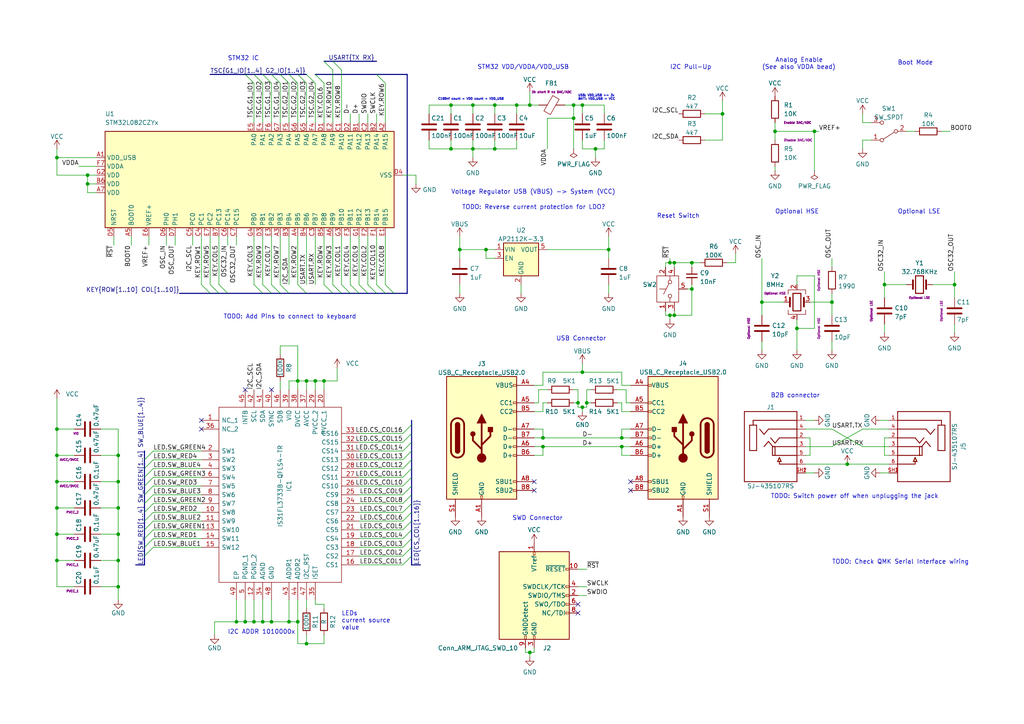
<source format=kicad_sch>
(kicad_sch (version 20211123) (generator eeschema)
  (paper "A4")
  (junction (at 168.91 118.11))
  (junction (at 88.9 186.69))
  (junction (at 137.16 30.48))
  (junction (at 236.22 38.1))
  (junction (at 168.91 107.95))
  (junction (at 166.37 34.29))
  (junction (at 140.97 72.39))
  (junction (at 166.37 30.48))
  (junction (at 86.36 110.49))
  (junction (at 180.34 129.54))
  (junction (at 16.51 124.46))
  (junction (at 16.51 154.94))
  (junction (at 168.91 30.48))
  (junction (at 86.36 180.34))
  (junction (at 88.9 110.49))
  (junction (at 34.29 147.32))
  (junction (at 153.67 30.48))
  (junction (at 194.31 76.2))
  (junction (at 16.51 147.32))
  (junction (at 157.48 129.54))
  (junction (at 83.82 180.34))
  (junction (at 34.29 170.18))
  (junction (at 34.29 154.94))
  (junction (at 172.72 43.18))
  (junction (at 231.14 95.25))
  (junction (at 34.29 132.08))
  (junction (at 16.51 45.72))
  (junction (at 276.86 82.55))
  (junction (at 224.79 38.1))
  (junction (at 157.48 127))
  (junction (at 209.55 33.02))
  (junction (at 25.4 50.8))
  (junction (at 130.81 30.48))
  (junction (at 194.31 91.44))
  (junction (at 34.29 162.56))
  (junction (at 16.51 132.08))
  (junction (at 176.53 72.39))
  (junction (at 76.2 180.34))
  (junction (at 149.86 30.48))
  (junction (at 200.66 83.82))
  (junction (at 195.58 91.44))
  (junction (at 25.4 53.34))
  (junction (at 73.66 180.34))
  (junction (at 256.54 82.55))
  (junction (at 16.51 139.7))
  (junction (at 91.44 110.49))
  (junction (at 167.64 116.84))
  (junction (at 133.35 72.39))
  (junction (at 195.58 76.2))
  (junction (at 245.745 134.62))
  (junction (at 143.51 30.48))
  (junction (at 170.18 116.84))
  (junction (at 71.12 180.34))
  (junction (at 153.67 189.23))
  (junction (at 34.29 139.7))
  (junction (at 130.81 43.18))
  (junction (at 16.51 162.56))
  (junction (at 137.16 43.18))
  (junction (at 78.74 180.34))
  (junction (at 68.58 180.34))
  (junction (at 143.51 43.18))
  (junction (at 93.98 110.49))
  (junction (at 220.98 87.63))
  (junction (at 180.34 127))
  (junction (at 241.3 87.63))
  (junction (at 200.66 76.2))
  (no_connect (at 154.94 142.24))
  (no_connect (at 58.42 124.46))
  (no_connect (at 58.42 121.92))
  (no_connect (at 154.94 139.7))
  (no_connect (at 78.74 113.03))
  (no_connect (at 182.88 139.7))
  (no_connect (at 182.88 142.24))
  (no_connect (at 167.64 177.8))
  (no_connect (at 167.64 175.26))
  (no_connect (at 71.12 113.03))
  (bus_entry (at 309.88 62.23) (size 2.54 -2.54))
  (bus_entry (at 312.42 102.87) (size 2.54 -2.54))
  (bus_entry (at 379.73 85.09) (size 2.54 -2.54))
  (bus_entry (at 312.42 77.47) (size 2.54 -2.54))
  (bus_entry (at 44.45 156.21) (size -2.54 2.54))
  (bus_entry (at 44.45 158.75) (size -2.54 2.54))
  (bus_entry (at 44.45 153.67) (size -2.54 2.54))
  (bus_entry (at 379.73 95.25) (size 2.54 -2.54))
  (bus_entry (at 379.73 52.07) (size 2.54 -2.54))
  (bus_entry (at 379.73 54.61) (size 2.54 -2.54))
  (bus_entry (at 309.88 57.15) (size 2.54 -2.54))
  (bus_entry (at 379.73 67.31) (size 2.54 -2.54))
  (bus_entry (at 312.42 95.25) (size 2.54 -2.54))
  (bus_entry (at 312.42 92.71) (size 2.54 -2.54))
  (bus_entry (at 309.88 64.77) (size 2.54 -2.54))
  (bus_entry (at 309.88 44.45) (size 2.54 -2.54))
  (bus_entry (at 379.73 72.39) (size 2.54 -2.54))
  (bus_entry (at 309.88 67.31) (size 2.54 -2.54))
  (bus_entry (at 109.22 82.55) (size 2.54 2.54))
  (bus_entry (at 309.88 49.53) (size 2.54 -2.54))
  (bus_entry (at 309.88 46.99) (size 2.54 -2.54))
  (bus_entry (at 379.73 90.17) (size 2.54 -2.54))
  (bus_entry (at 312.42 80.01) (size 2.54 -2.54))
  (bus_entry (at 119.38 158.75) (size -2.54 2.54))
  (bus_entry (at 119.38 156.21) (size -2.54 2.54))
  (bus_entry (at 119.38 161.29) (size -2.54 2.54))
  (bus_entry (at 119.38 153.67) (size -2.54 2.54))
  (bus_entry (at 119.38 148.59) (size -2.54 2.54))
  (bus_entry (at 119.38 151.13) (size -2.54 2.54))
  (bus_entry (at 119.38 146.05) (size -2.54 2.54))
  (bus_entry (at 119.38 143.51) (size -2.54 2.54))
  (bus_entry (at 119.38 140.97) (size -2.54 2.54))
  (bus_entry (at 119.38 133.35) (size -2.54 2.54))
  (bus_entry (at 119.38 130.81) (size -2.54 2.54))
  (bus_entry (at 119.38 135.89) (size -2.54 2.54))
  (bus_entry (at 119.38 138.43) (size -2.54 2.54))
  (bus_entry (at 119.38 125.73) (size -2.54 2.54))
  (bus_entry (at 119.38 123.19) (size -2.54 2.54))
  (bus_entry (at 119.38 128.27) (size -2.54 2.54))
  (bus_entry (at 81.28 21.59) (size 2.54 2.54))
  (bus_entry (at 78.74 21.59) (size 2.54 2.54))
  (bus_entry (at 71.12 21.59) (size 2.54 2.54))
  (bus_entry (at 73.66 21.59) (size 2.54 2.54))
  (bus_entry (at 76.2 21.59) (size 2.54 2.54))
  (bus_entry (at 312.42 85.09) (size 2.54 -2.54))
  (bus_entry (at 379.73 57.15) (size 2.54 -2.54))
  (bus_entry (at 379.73 87.63) (size 2.54 -2.54))
  (bus_entry (at 309.88 72.39) (size 2.54 -2.54))
  (bus_entry (at 379.73 77.47) (size 2.54 -2.54))
  (bus_entry (at 312.42 74.93) (size 2.54 -2.54))
  (bus_entry (at 312.42 90.17) (size 2.54 -2.54))
  (bus_entry (at 379.73 59.69) (size 2.54 -2.54))
  (bus_entry (at 379.73 92.71) (size 2.54 -2.54))
  (bus_entry (at 309.88 59.69) (size 2.54 -2.54))
  (bus_entry (at 81.28 82.55) (size 2.54 2.54))
  (bus_entry (at 86.36 82.55) (size 2.54 2.54))
  (bus_entry (at 93.98 82.55) (size 2.54 2.54))
  (bus_entry (at 96.52 82.55) (size 2.54 2.54))
  (bus_entry (at 99.06 82.55) (size 2.54 2.54))
  (bus_entry (at 60.96 82.55) (size 2.54 2.54))
  (bus_entry (at 63.5 82.55) (size 2.54 2.54))
  (bus_entry (at 111.76 82.55) (size 2.54 2.54))
  (bus_entry (at 309.88 41.91) (size 2.54 -2.54))
  (bus_entry (at 312.42 87.63) (size 2.54 -2.54))
  (bus_entry (at 96.52 17.78) (size 2.54 2.54))
  (bus_entry (at 93.98 17.78) (size 2.54 2.54))
  (bus_entry (at 109.22 21.59) (size 2.54 2.54))
  (bus_entry (at 91.44 21.59) (size 2.54 2.54))
  (bus_entry (at 76.2 82.55) (size 2.54 2.54))
  (bus_entry (at 73.66 82.55) (size 2.54 2.54))
  (bus_entry (at 78.74 82.55) (size 2.54 2.54))
  (bus_entry (at 312.42 100.33) (size 2.54 -2.54))
  (bus_entry (at 379.73 69.85) (size 2.54 -2.54))
  (bus_entry (at 309.88 36.83) (size 2.54 -2.54))
  (bus_entry (at 101.6 82.55) (size 2.54 2.54))
  (bus_entry (at 379.73 80.01) (size 2.54 -2.54))
  (bus_entry (at 83.82 21.59) (size 2.54 2.54))
  (bus_entry (at 88.9 21.59) (size 2.54 2.54))
  (bus_entry (at 86.36 21.59) (size 2.54 2.54))
  (bus_entry (at 312.42 90.17) (size 2.54 -2.54))
  (bus_entry (at 379.73 100.33) (size 2.54 -2.54))
  (bus_entry (at 312.42 82.55) (size 2.54 -2.54))
  (bus_entry (at 309.88 69.85) (size 2.54 -2.54))
  (bus_entry (at 312.42 97.79) (size 2.54 -2.54))
  (bus_entry (at 379.73 97.79) (size 2.54 -2.54))
  (bus_entry (at 309.88 52.07) (size 2.54 -2.54))
  (bus_entry (at 58.42 82.55) (size 2.54 2.54))
  (bus_entry (at 106.68 82.55) (size 2.54 2.54))
  (bus_entry (at 379.73 82.55) (size 2.54 -2.54))
  (bus_entry (at 104.14 82.55) (size 2.54 2.54))
  (bus_entry (at 379.73 64.77) (size 2.54 -2.54))
  (bus_entry (at 309.88 54.61) (size 2.54 -2.54))
  (bus_entry (at 309.88 34.29) (size 2.54 -2.54))
  (bus_entry (at 44.45 138.43) (size -2.54 2.54))
  (bus_entry (at 44.45 135.89) (size -2.54 2.54))
  (bus_entry (at 44.45 133.35) (size -2.54 2.54))
  (bus_entry (at 44.45 130.81) (size -2.54 2.54))
  (bus_entry (at 44.45 140.97) (size -2.54 2.54))
  (bus_entry (at 44.45 143.51) (size -2.54 2.54))
  (bus_entry (at 44.45 146.05) (size -2.54 2.54))
  (bus_entry (at 44.45 148.59) (size -2.54 2.54))
  (bus_entry (at 44.45 151.13) (size -2.54 2.54))
  (bus_entry (at 309.88 39.37) (size 2.54 -2.54))
  (bus_entry (at 379.73 74.93) (size 2.54 -2.54))
  (bus_entry (at 379.73 62.23) (size 2.54 -2.54))
  (bus (pts (xy 312.42 85.09) (xy 312.42 82.55)))
  (wire (pts (xy 124.46 40.64) (xy 124.46 43.18)))
  (wire (pts (xy 149.86 30.48) (xy 153.67 30.48)))
  (bus (pts (xy 382.27 57.15) (xy 382.27 54.61)))
  (bus (pts (xy 312.42 114.3) (xy 312.42 102.87)))
  (wire (pts (xy 180.34 129.54) (xy 182.88 129.54)))
  (wire (pts (xy 86.36 100.33) (xy 86.36 110.49)))
  (wire (pts (xy 314.96 80.01) (xy 331.47 80.01)))
  (wire (pts (xy 200.66 76.2) (xy 203.2 76.2)))
  (wire (pts (xy 276.86 93.98) (xy 276.86 96.52)))
  (wire (pts (xy 43.18 71.12) (xy 43.18 68.58)))
  (bus (pts (xy 119.38 156.21) (xy 119.38 158.75)))
  (wire (pts (xy 250.19 124.46) (xy 241.3 129.54)))
  (wire (pts (xy 250.19 40.64) (xy 250.19 43.18)))
  (wire (pts (xy 29.21 139.7) (xy 34.29 139.7)))
  (wire (pts (xy 88.9 110.49) (xy 88.9 113.03)))
  (bus (pts (xy 309.88 57.15) (xy 309.88 54.61)))
  (wire (pts (xy 153.67 189.23) (xy 154.94 189.23)))
  (wire (pts (xy 116.84 135.89) (xy 104.14 135.89)))
  (bus (pts (xy 382.27 95.25) (xy 382.27 92.71)))
  (wire (pts (xy 71.12 180.34) (xy 68.58 180.34)))
  (bus (pts (xy 309.88 62.23) (xy 309.88 59.69)))
  (wire (pts (xy 81.28 100.33) (xy 86.36 100.33)))
  (wire (pts (xy 231.14 82.55) (xy 231.14 80.01)))
  (wire (pts (xy 93.98 184.15) (xy 93.98 186.69)))
  (wire (pts (xy 81.28 24.13) (xy 81.28 35.56)))
  (bus (pts (xy 91.44 21.59) (xy 109.22 21.59)))
  (wire (pts (xy 133.35 82.55) (xy 133.35 85.09)))
  (wire (pts (xy 116.84 125.73) (xy 104.14 125.73)))
  (wire (pts (xy 220.98 87.63) (xy 220.98 91.44)))
  (wire (pts (xy 104.14 68.58) (xy 104.14 82.55)))
  (wire (pts (xy 312.42 62.23) (xy 331.47 62.23)))
  (bus (pts (xy 109.22 85.09) (xy 111.76 85.09)))
  (wire (pts (xy 157.48 107.95) (xy 168.91 107.95)))
  (wire (pts (xy 93.98 110.49) (xy 93.98 113.03)))
  (bus (pts (xy 382.27 97.79) (xy 382.27 114.3)))
  (bus (pts (xy 119.38 125.73) (xy 119.38 128.27)))
  (wire (pts (xy 120.65 50.8) (xy 120.65 53.34)))
  (wire (pts (xy 116.84 161.29) (xy 104.14 161.29)))
  (bus (pts (xy 382.27 80.01) (xy 382.27 77.47)))
  (bus (pts (xy 312.42 95.25) (xy 312.42 92.71)))
  (wire (pts (xy 116.84 158.75) (xy 104.14 158.75)))
  (bus (pts (xy 309.88 69.85) (xy 309.88 67.31)))
  (bus (pts (xy 41.91 156.21) (xy 41.91 158.75)))
  (wire (pts (xy 154.94 116.84) (xy 156.21 116.84)))
  (wire (pts (xy 167.64 170.18) (xy 170.18 170.18)))
  (wire (pts (xy 91.44 173.99) (xy 91.44 175.26)))
  (wire (pts (xy 154.94 189.23) (xy 154.94 187.96)))
  (bus (pts (xy 71.12 21.59) (xy 73.66 21.59)))
  (wire (pts (xy 204.47 33.02) (xy 209.55 33.02)))
  (bus (pts (xy 119.38 163.83) (xy 121.92 163.83)))
  (wire (pts (xy 29.21 154.94) (xy 34.29 154.94)))
  (wire (pts (xy 166.37 30.48) (xy 168.91 30.48)))
  (wire (pts (xy 99.06 68.58) (xy 99.06 82.55)))
  (bus (pts (xy 39.37 163.83) (xy 41.91 163.83)))
  (wire (pts (xy 367.03 97.79) (xy 379.73 97.79)))
  (wire (pts (xy 168.91 43.18) (xy 172.72 43.18)))
  (wire (pts (xy 106.68 68.58) (xy 106.68 82.55)))
  (wire (pts (xy 130.81 43.18) (xy 137.16 43.18)))
  (wire (pts (xy 236.22 38.1) (xy 237.49 38.1)))
  (wire (pts (xy 312.42 54.61) (xy 331.47 54.61)))
  (wire (pts (xy 233.68 132.08) (xy 234.95 132.08)))
  (bus (pts (xy 309.88 34.29) (xy 309.88 31.75)))
  (wire (pts (xy 154.94 127) (xy 157.48 127)))
  (wire (pts (xy 81.28 110.49) (xy 81.28 113.03)))
  (wire (pts (xy 312.42 67.31) (xy 331.47 67.31)))
  (bus (pts (xy 382.27 92.71) (xy 382.27 90.17)))
  (wire (pts (xy 86.36 110.49) (xy 88.9 110.49)))
  (wire (pts (xy 16.51 132.08) (xy 16.51 124.46)))
  (wire (pts (xy 76.2 180.34) (xy 73.66 180.34)))
  (wire (pts (xy 314.96 92.71) (xy 331.47 92.71)))
  (wire (pts (xy 16.51 154.94) (xy 21.59 154.94)))
  (wire (pts (xy 34.29 147.32) (xy 34.29 154.94)))
  (bus (pts (xy 119.38 148.59) (xy 119.38 151.13)))
  (wire (pts (xy 182.88 119.38) (xy 180.34 119.38)))
  (wire (pts (xy 91.44 175.26) (xy 93.98 175.26)))
  (wire (pts (xy 88.9 24.13) (xy 88.9 35.56)))
  (wire (pts (xy 16.51 132.08) (xy 21.59 132.08)))
  (wire (pts (xy 73.66 173.99) (xy 73.66 180.34)))
  (bus (pts (xy 41.91 140.97) (xy 41.91 143.51)))
  (wire (pts (xy 194.31 76.2) (xy 193.04 76.2)))
  (wire (pts (xy 130.81 30.48) (xy 130.81 33.02)))
  (wire (pts (xy 180.34 129.54) (xy 180.34 132.08)))
  (wire (pts (xy 93.98 186.69) (xy 88.9 186.69)))
  (wire (pts (xy 29.21 170.18) (xy 34.29 170.18)))
  (wire (pts (xy 58.42 138.43) (xy 44.45 138.43)))
  (wire (pts (xy 71.12 173.99) (xy 71.12 180.34)))
  (wire (pts (xy 88.9 110.49) (xy 91.44 110.49)))
  (bus (pts (xy 76.2 21.59) (xy 78.74 21.59)))
  (bus (pts (xy 111.76 85.09) (xy 114.3 85.09)))
  (wire (pts (xy 16.51 139.7) (xy 21.59 139.7)))
  (wire (pts (xy 256.54 82.55) (xy 256.54 86.36)))
  (wire (pts (xy 312.42 59.69) (xy 331.47 59.69)))
  (bus (pts (xy 312.42 100.33) (xy 312.42 97.79)))
  (wire (pts (xy 167.64 118.11) (xy 168.91 118.11)))
  (wire (pts (xy 314.96 77.47) (xy 331.47 77.47)))
  (bus (pts (xy 312.42 87.63) (xy 312.42 85.09)))
  (bus (pts (xy 119.38 128.27) (xy 119.38 130.81)))
  (bus (pts (xy 93.98 17.78) (xy 96.52 17.78)))
  (wire (pts (xy 83.82 173.99) (xy 83.82 180.34)))
  (wire (pts (xy 143.51 43.18) (xy 149.86 43.18)))
  (bus (pts (xy 382.27 64.77) (xy 382.27 62.23)))
  (wire (pts (xy 200.66 82.55) (xy 200.66 83.82)))
  (wire (pts (xy 86.36 68.58) (xy 86.36 82.55)))
  (wire (pts (xy 106.68 35.56) (xy 106.68 33.02)))
  (wire (pts (xy 96.52 20.32) (xy 96.52 35.56)))
  (wire (pts (xy 152.4 187.96) (xy 152.4 189.23)))
  (wire (pts (xy 166.37 113.03) (xy 167.64 113.03)))
  (wire (pts (xy 312.42 57.15) (xy 331.47 57.15)))
  (wire (pts (xy 312.42 41.91) (xy 331.47 41.91)))
  (wire (pts (xy 116.84 153.67) (xy 104.14 153.67)))
  (wire (pts (xy 34.29 139.7) (xy 34.29 147.32)))
  (wire (pts (xy 367.03 100.33) (xy 379.73 100.33)))
  (wire (pts (xy 176.53 82.55) (xy 176.53 85.09)))
  (wire (pts (xy 213.36 76.2) (xy 210.82 76.2)))
  (wire (pts (xy 256.54 78.74) (xy 256.54 82.55)))
  (bus (pts (xy 106.68 85.09) (xy 109.22 85.09)))
  (wire (pts (xy 81.28 68.58) (xy 81.28 82.55)))
  (wire (pts (xy 124.46 30.48) (xy 124.46 33.02)))
  (bus (pts (xy 76.2 85.09) (xy 78.74 85.09)))
  (wire (pts (xy 312.42 46.99) (xy 331.47 46.99)))
  (wire (pts (xy 157.48 116.84) (xy 157.48 119.38)))
  (wire (pts (xy 157.48 129.54) (xy 180.34 129.54)))
  (wire (pts (xy 29.21 162.56) (xy 34.29 162.56)))
  (wire (pts (xy 180.34 116.84) (xy 179.07 116.84)))
  (wire (pts (xy 34.29 154.94) (xy 34.29 162.56)))
  (wire (pts (xy 168.91 105.41) (xy 168.91 107.95)))
  (wire (pts (xy 22.86 48.26) (xy 27.94 48.26)))
  (wire (pts (xy 91.44 110.49) (xy 93.98 110.49)))
  (wire (pts (xy 116.84 148.59) (xy 104.14 148.59)))
  (bus (pts (xy 382.27 52.07) (xy 382.27 49.53)))
  (wire (pts (xy 367.03 57.15) (xy 379.73 57.15)))
  (wire (pts (xy 149.86 40.64) (xy 149.86 43.18)))
  (wire (pts (xy 195.58 91.44) (xy 200.66 91.44)))
  (wire (pts (xy 153.67 26.67) (xy 153.67 30.48)))
  (wire (pts (xy 76.2 68.58) (xy 76.2 82.55)))
  (wire (pts (xy 16.51 50.8) (xy 25.4 50.8)))
  (wire (pts (xy 158.75 34.29) (xy 158.75 43.18)))
  (wire (pts (xy 16.51 139.7) (xy 16.51 132.08)))
  (bus (pts (xy 41.91 161.29) (xy 41.91 163.83)))
  (bus (pts (xy 41.91 146.05) (xy 41.91 148.59)))
  (wire (pts (xy 58.42 143.51) (xy 44.45 143.51)))
  (bus (pts (xy 41.91 130.81) (xy 41.91 133.35)))
  (bus (pts (xy 96.52 17.78) (xy 109.22 17.78)))
  (wire (pts (xy 58.42 68.58) (xy 58.42 82.55)))
  (wire (pts (xy 367.03 74.93) (xy 379.73 74.93)))
  (wire (pts (xy 116.84 146.05) (xy 104.14 146.05)))
  (wire (pts (xy 116.84 133.35) (xy 104.14 133.35)))
  (wire (pts (xy 16.51 162.56) (xy 16.51 154.94)))
  (wire (pts (xy 16.51 45.72) (xy 16.51 50.8)))
  (wire (pts (xy 25.4 50.8) (xy 27.94 50.8)))
  (wire (pts (xy 116.84 156.21) (xy 104.14 156.21)))
  (wire (pts (xy 152.4 189.23) (xy 153.67 189.23)))
  (wire (pts (xy 233.68 134.62) (xy 245.745 134.62)))
  (wire (pts (xy 367.03 52.07) (xy 379.73 52.07)))
  (wire (pts (xy 140.97 72.39) (xy 140.97 74.93)))
  (wire (pts (xy 33.02 71.12) (xy 33.02 68.58)))
  (wire (pts (xy 93.98 175.26) (xy 93.98 176.53)))
  (bus (pts (xy 309.88 46.99) (xy 309.88 44.45)))
  (wire (pts (xy 312.42 69.85) (xy 331.47 69.85)))
  (wire (pts (xy 367.03 92.71) (xy 379.73 92.71)))
  (bus (pts (xy 109.22 21.59) (xy 118.11 21.59)))
  (wire (pts (xy 73.66 180.34) (xy 71.12 180.34)))
  (wire (pts (xy 224.79 38.1) (xy 236.22 38.1)))
  (bus (pts (xy 309.88 64.77) (xy 309.88 62.23)))
  (bus (pts (xy 119.38 123.19) (xy 119.38 125.73)))
  (wire (pts (xy 124.46 43.18) (xy 130.81 43.18)))
  (wire (pts (xy 257.81 121.92) (xy 255.27 121.92)))
  (wire (pts (xy 116.84 163.83) (xy 104.14 163.83)))
  (wire (pts (xy 55.88 68.58) (xy 55.88 71.12)))
  (wire (pts (xy 227.33 87.63) (xy 220.98 87.63)))
  (wire (pts (xy 16.51 45.72) (xy 27.94 45.72)))
  (wire (pts (xy 312.42 34.29) (xy 331.47 34.29)))
  (wire (pts (xy 93.98 110.49) (xy 97.79 110.49)))
  (wire (pts (xy 314.96 82.55) (xy 331.47 82.55)))
  (wire (pts (xy 68.58 173.99) (xy 68.58 180.34)))
  (wire (pts (xy 58.42 140.97) (xy 44.45 140.97)))
  (wire (pts (xy 73.66 24.13) (xy 73.66 35.56)))
  (wire (pts (xy 195.58 76.2) (xy 200.66 76.2)))
  (wire (pts (xy 241.3 85.09) (xy 241.3 87.63)))
  (wire (pts (xy 58.42 156.21) (xy 44.45 156.21)))
  (wire (pts (xy 256.54 127) (xy 256.54 132.08)))
  (wire (pts (xy 180.34 124.46) (xy 182.88 124.46)))
  (bus (pts (xy 382.27 67.31) (xy 382.27 64.77)))
  (wire (pts (xy 250.19 129.54) (xy 257.81 129.54)))
  (bus (pts (xy 382.27 90.17) (xy 382.27 87.63)))
  (bus (pts (xy 60.96 21.59) (xy 71.12 21.59)))
  (wire (pts (xy 62.23 180.34) (xy 68.58 180.34)))
  (wire (pts (xy 83.82 180.34) (xy 78.74 180.34)))
  (wire (pts (xy 151.13 82.55) (xy 151.13 85.09)))
  (wire (pts (xy 172.72 43.18) (xy 175.26 43.18)))
  (wire (pts (xy 170.18 113.03) (xy 170.18 116.84)))
  (wire (pts (xy 176.53 68.58) (xy 176.53 72.39)))
  (wire (pts (xy 48.26 71.12) (xy 48.26 68.58)))
  (wire (pts (xy 241.3 124.46) (xy 250.19 129.54)))
  (wire (pts (xy 88.9 173.99) (xy 88.9 176.53)))
  (wire (pts (xy 231.14 80.01) (xy 236.22 80.01)))
  (wire (pts (xy 109.22 68.58) (xy 109.22 82.55)))
  (wire (pts (xy 312.42 49.53) (xy 331.47 49.53)))
  (wire (pts (xy 224.79 35.56) (xy 224.79 38.1)))
  (bus (pts (xy 309.88 72.39) (xy 309.88 69.85)))
  (bus (pts (xy 101.6 85.09) (xy 104.14 85.09)))
  (wire (pts (xy 34.29 170.18) (xy 34.29 173.99)))
  (bus (pts (xy 312.42 102.87) (xy 312.42 100.33)))
  (bus (pts (xy 312.42 97.79) (xy 312.42 95.25)))
  (bus (pts (xy 382.27 77.47) (xy 382.27 74.93)))
  (bus (pts (xy 119.38 135.89) (xy 119.38 138.43)))
  (wire (pts (xy 180.34 132.08) (xy 182.88 132.08)))
  (wire (pts (xy 116.84 151.13) (xy 104.14 151.13)))
  (wire (pts (xy 137.16 30.48) (xy 137.16 33.02)))
  (wire (pts (xy 171.45 116.84) (xy 170.18 116.84)))
  (bus (pts (xy 382.27 72.39) (xy 382.27 69.85)))
  (wire (pts (xy 68.58 71.12) (xy 68.58 68.58)))
  (bus (pts (xy 309.88 54.61) (xy 309.88 52.07)))
  (wire (pts (xy 88.9 186.69) (xy 86.36 186.69)))
  (bus (pts (xy 119.38 143.51) (xy 119.38 146.05)))
  (bus (pts (xy 73.66 21.59) (xy 76.2 21.59)))
  (bus (pts (xy 382.27 72.39) (xy 382.27 74.93)))
  (wire (pts (xy 58.42 135.89) (xy 44.45 135.89)))
  (bus (pts (xy 83.82 21.59) (xy 86.36 21.59)))
  (wire (pts (xy 233.68 129.54) (xy 241.3 129.54)))
  (wire (pts (xy 170.18 116.84) (xy 170.18 118.11)))
  (wire (pts (xy 137.16 40.64) (xy 137.16 43.18)))
  (wire (pts (xy 34.29 124.46) (xy 34.29 132.08)))
  (wire (pts (xy 29.21 147.32) (xy 34.29 147.32)))
  (wire (pts (xy 140.97 72.39) (xy 133.35 72.39)))
  (wire (pts (xy 16.51 170.18) (xy 16.51 162.56)))
  (wire (pts (xy 58.42 151.13) (xy 44.45 151.13)))
  (wire (pts (xy 262.89 82.55) (xy 256.54 82.55)))
  (wire (pts (xy 34.29 132.08) (xy 34.29 139.7)))
  (wire (pts (xy 16.51 147.32) (xy 16.51 139.7)))
  (wire (pts (xy 204.47 40.64) (xy 209.55 40.64)))
  (wire (pts (xy 181.61 113.03) (xy 179.07 113.03)))
  (bus (pts (xy 382.27 59.69) (xy 382.27 57.15)))
  (wire (pts (xy 29.21 132.08) (xy 34.29 132.08)))
  (wire (pts (xy 312.42 44.45) (xy 331.47 44.45)))
  (bus (pts (xy 41.91 138.43) (xy 41.91 140.97)))
  (bus (pts (xy 119.38 153.67) (xy 119.38 156.21)))
  (wire (pts (xy 111.76 68.58) (xy 111.76 82.55)))
  (wire (pts (xy 175.26 30.48) (xy 175.26 33.02)))
  (wire (pts (xy 86.36 110.49) (xy 86.36 113.03)))
  (wire (pts (xy 166.37 30.48) (xy 166.37 34.29)))
  (wire (pts (xy 78.74 180.34) (xy 76.2 180.34)))
  (wire (pts (xy 220.98 99.06) (xy 220.98 101.6)))
  (wire (pts (xy 180.34 124.46) (xy 180.34 127)))
  (wire (pts (xy 91.44 68.58) (xy 91.44 82.55)))
  (wire (pts (xy 124.46 30.48) (xy 130.81 30.48)))
  (wire (pts (xy 157.48 111.76) (xy 157.48 107.95)))
  (wire (pts (xy 257.81 137.16) (xy 255.27 137.16)))
  (wire (pts (xy 154.94 132.08) (xy 157.48 132.08)))
  (wire (pts (xy 16.51 147.32) (xy 21.59 147.32)))
  (bus (pts (xy 118.11 21.59) (xy 118.11 85.09)))
  (bus (pts (xy 382.27 82.55) (xy 382.27 80.01)))
  (wire (pts (xy 149.86 30.48) (xy 149.86 33.02)))
  (wire (pts (xy 86.36 173.99) (xy 86.36 180.34)))
  (wire (pts (xy 367.03 59.69) (xy 379.73 59.69)))
  (wire (pts (xy 91.44 110.49) (xy 91.44 113.03)))
  (wire (pts (xy 153.67 189.23) (xy 153.67 190.5)))
  (wire (pts (xy 166.37 34.29) (xy 166.37 43.18)))
  (wire (pts (xy 195.58 76.2) (xy 195.58 77.47)))
  (wire (pts (xy 104.14 35.56) (xy 104.14 33.02)))
  (bus (pts (xy 114.3 85.09) (xy 118.11 85.09)))
  (wire (pts (xy 367.03 82.55) (xy 379.73 82.55)))
  (bus (pts (xy 81.28 21.59) (xy 83.82 21.59)))
  (wire (pts (xy 193.04 91.44) (xy 194.31 91.44)))
  (wire (pts (xy 314.96 100.33) (xy 331.47 100.33)))
  (wire (pts (xy 60.96 68.58) (xy 60.96 82.55)))
  (wire (pts (xy 83.82 113.03) (xy 83.82 110.49)))
  (wire (pts (xy 241.3 99.06) (xy 241.3 101.6)))
  (wire (pts (xy 314.96 97.79) (xy 331.47 97.79)))
  (wire (pts (xy 367.03 69.85) (xy 379.73 69.85)))
  (wire (pts (xy 137.16 43.18) (xy 143.51 43.18)))
  (bus (pts (xy 52.07 85.09) (xy 60.96 85.09)))
  (wire (pts (xy 170.18 118.11) (xy 168.91 118.11)))
  (wire (pts (xy 231.14 92.71) (xy 231.14 95.25)))
  (wire (pts (xy 16.51 162.56) (xy 21.59 162.56)))
  (wire (pts (xy 195.58 91.44) (xy 195.58 90.17)))
  (wire (pts (xy 101.6 68.58) (xy 101.6 82.55)))
  (wire (pts (xy 133.35 72.39) (xy 133.35 74.93)))
  (wire (pts (xy 180.34 119.38) (xy 180.34 116.84)))
  (wire (pts (xy 116.84 138.43) (xy 104.14 138.43)))
  (bus (pts (xy 382.27 62.23) (xy 382.27 59.69)))
  (bus (pts (xy 312.42 77.47) (xy 312.42 74.93)))
  (wire (pts (xy 172.72 43.18) (xy 172.72 45.72)))
  (wire (pts (xy 182.88 116.84) (xy 181.61 116.84)))
  (wire (pts (xy 116.84 140.97) (xy 104.14 140.97)))
  (wire (pts (xy 312.42 64.77) (xy 331.47 64.77)))
  (wire (pts (xy 236.22 38.1) (xy 236.22 49.53)))
  (bus (pts (xy 119.38 140.97) (xy 119.38 143.51)))
  (wire (pts (xy 168.91 107.95) (xy 180.34 107.95)))
  (wire (pts (xy 231.14 95.25) (xy 236.22 95.25)))
  (wire (pts (xy 78.74 68.58) (xy 78.74 82.55)))
  (wire (pts (xy 209.55 40.64) (xy 209.55 33.02)))
  (wire (pts (xy 314.96 72.39) (xy 331.47 72.39)))
  (bus (pts (xy 119.38 151.13) (xy 119.38 153.67)))
  (bus (pts (xy 41.91 148.59) (xy 41.91 151.13)))
  (bus (pts (xy 309.88 39.37) (xy 309.88 36.83)))
  (bus (pts (xy 309.88 114.3) (xy 309.88 72.39)))
  (wire (pts (xy 83.82 110.49) (xy 86.36 110.49)))
  (wire (pts (xy 367.03 95.25) (xy 379.73 95.25)))
  (wire (pts (xy 78.74 24.13) (xy 78.74 35.56)))
  (wire (pts (xy 63.5 68.58) (xy 63.5 82.55)))
  (bus (pts (xy 382.27 85.09) (xy 382.27 82.55)))
  (wire (pts (xy 163.83 30.48) (xy 166.37 30.48)))
  (wire (pts (xy 312.42 52.07) (xy 331.47 52.07)))
  (wire (pts (xy 158.75 72.39) (xy 176.53 72.39)))
  (wire (pts (xy 16.51 124.46) (xy 16.51 115.57)))
  (bus (pts (xy 96.52 85.09) (xy 99.06 85.09)))
  (wire (pts (xy 241.3 74.93) (xy 241.3 77.47)))
  (wire (pts (xy 220.98 74.93) (xy 220.98 87.63)))
  (wire (pts (xy 143.51 30.48) (xy 149.86 30.48)))
  (wire (pts (xy 180.34 111.76) (xy 182.88 111.76)))
  (wire (pts (xy 367.03 85.09) (xy 379.73 85.09)))
  (wire (pts (xy 81.28 102.87) (xy 81.28 100.33)))
  (bus (pts (xy 309.88 41.91) (xy 309.88 39.37)))
  (bus (pts (xy 309.88 44.45) (xy 309.88 41.91)))
  (wire (pts (xy 312.42 31.75) (xy 331.47 31.75)))
  (wire (pts (xy 34.29 162.56) (xy 34.29 170.18)))
  (bus (pts (xy 78.74 21.59) (xy 81.28 21.59)))
  (wire (pts (xy 38.1 71.12) (xy 38.1 68.58)))
  (wire (pts (xy 176.53 74.93) (xy 176.53 72.39)))
  (wire (pts (xy 312.42 39.37) (xy 331.47 39.37)))
  (bus (pts (xy 41.91 143.51) (xy 41.91 146.05)))
  (wire (pts (xy 86.36 24.13) (xy 86.36 35.56)))
  (wire (pts (xy 133.35 68.58) (xy 133.35 72.39)))
  (wire (pts (xy 16.51 124.46) (xy 21.59 124.46)))
  (bus (pts (xy 309.88 49.53) (xy 309.88 46.99)))
  (wire (pts (xy 111.76 24.13) (xy 111.76 35.56)))
  (wire (pts (xy 270.51 82.55) (xy 276.86 82.55)))
  (bus (pts (xy 66.04 85.09) (xy 76.2 85.09)))
  (bus (pts (xy 41.91 153.67) (xy 41.91 156.21)))
  (bus (pts (xy 382.27 87.63) (xy 382.27 85.09)))
  (bus (pts (xy 83.82 85.09) (xy 88.9 85.09)))
  (bus (pts (xy 88.9 85.09) (xy 96.52 85.09)))
  (wire (pts (xy 273.05 38.1) (xy 275.59 38.1)))
  (bus (pts (xy 104.14 85.09) (xy 106.68 85.09)))
  (wire (pts (xy 314.96 90.17) (xy 331.47 90.17)))
  (wire (pts (xy 116.84 130.81) (xy 104.14 130.81)))
  (bus (pts (xy 382.27 69.85) (xy 382.27 67.31)))
  (bus (pts (xy 309.88 36.83) (xy 309.88 34.29)))
  (wire (pts (xy 194.31 76.2) (xy 195.58 76.2)))
  (wire (pts (xy 312.42 36.83) (xy 331.47 36.83)))
  (wire (pts (xy 158.75 34.29) (xy 166.37 34.29)))
  (wire (pts (xy 234.95 127) (xy 233.68 127)))
  (wire (pts (xy 193.04 90.17) (xy 193.04 91.44)))
  (bus (pts (xy 312.42 90.17) (xy 312.42 87.63)))
  (wire (pts (xy 99.06 20.32) (xy 99.06 35.56)))
  (wire (pts (xy 58.42 133.35) (xy 44.45 133.35)))
  (wire (pts (xy 143.51 30.48) (xy 143.51 33.02)))
  (wire (pts (xy 250.19 124.46) (xy 257.81 124.46)))
  (wire (pts (xy 157.48 124.46) (xy 157.48 127)))
  (wire (pts (xy 76.2 24.13) (xy 76.2 35.56)))
  (wire (pts (xy 116.84 143.51) (xy 104.14 143.51)))
  (wire (pts (xy 101.6 35.56) (xy 101.6 33.02)))
  (wire (pts (xy 168.91 30.48) (xy 168.91 33.02)))
  (bus (pts (xy 309.88 52.07) (xy 309.88 49.53)))
  (bus (pts (xy 312.42 82.55) (xy 312.42 80.01)))
  (wire (pts (xy 314.96 85.09) (xy 331.47 85.09)))
  (wire (pts (xy 91.44 24.13) (xy 91.44 35.56)))
  (wire (pts (xy 252.73 35.56) (xy 250.19 35.56)))
  (wire (pts (xy 157.48 129.54) (xy 157.48 132.08)))
  (wire (pts (xy 58.42 148.59) (xy 44.45 148.59)))
  (bus (pts (xy 119.38 138.43) (xy 119.38 140.97)))
  (bus (pts (xy 78.74 85.09) (xy 81.28 85.09)))
  (wire (pts (xy 233.68 121.92) (xy 236.22 121.92)))
  (wire (pts (xy 252.73 40.64) (xy 250.19 40.64)))
  (wire (pts (xy 83.82 24.13) (xy 83.82 35.56)))
  (wire (pts (xy 16.51 154.94) (xy 16.51 147.32)))
  (bus (pts (xy 41.91 133.35) (xy 41.91 135.89)))
  (bus (pts (xy 119.38 133.35) (xy 119.38 135.89)))
  (wire (pts (xy 137.16 30.48) (xy 143.51 30.48)))
  (wire (pts (xy 86.36 180.34) (xy 83.82 180.34)))
  (wire (pts (xy 167.64 172.72) (xy 170.18 172.72)))
  (wire (pts (xy 236.22 80.01) (xy 236.22 95.25)))
  (wire (pts (xy 156.21 113.03) (xy 158.75 113.03)))
  (wire (pts (xy 154.94 111.76) (xy 157.48 111.76)))
  (wire (pts (xy 314.96 87.63) (xy 331.47 87.63)))
  (wire (pts (xy 50.8 71.12) (xy 50.8 68.58)))
  (bus (pts (xy 60.96 85.09) (xy 63.5 85.09)))
  (wire (pts (xy 233.68 137.16) (xy 236.22 137.16)))
  (bus (pts (xy 41.91 158.75) (xy 41.91 161.29)))
  (wire (pts (xy 224.79 48.26) (xy 224.79 49.53)))
  (wire (pts (xy 62.23 180.34) (xy 62.23 184.15)))
  (bus (pts (xy 309.88 59.69) (xy 309.88 57.15)))
  (bus (pts (xy 119.38 161.29) (xy 119.38 163.83)))
  (wire (pts (xy 180.34 127) (xy 182.88 127)))
  (wire (pts (xy 93.98 68.58) (xy 93.98 82.55)))
  (wire (pts (xy 140.97 74.93) (xy 143.51 74.93)))
  (wire (pts (xy 88.9 184.15) (xy 88.9 186.69)))
  (wire (pts (xy 213.36 73.66) (xy 213.36 76.2)))
  (wire (pts (xy 199.39 83.82) (xy 200.66 83.82)))
  (wire (pts (xy 181.61 116.84) (xy 181.61 113.03)))
  (wire (pts (xy 157.48 119.38) (xy 154.94 119.38)))
  (bus (pts (xy 382.27 54.61) (xy 382.27 52.07)))
  (wire (pts (xy 367.03 90.17) (xy 379.73 90.17)))
  (wire (pts (xy 154.94 124.46) (xy 157.48 124.46)))
  (wire (pts (xy 73.66 68.58) (xy 73.66 82.55)))
  (wire (pts (xy 367.03 87.63) (xy 379.73 87.63)))
  (bus (pts (xy 41.91 135.89) (xy 41.91 138.43)))
  (wire (pts (xy 367.03 62.23) (xy 379.73 62.23)))
  (wire (pts (xy 168.91 40.64) (xy 168.91 43.18)))
  (wire (pts (xy 143.51 72.39) (xy 140.97 72.39)))
  (wire (pts (xy 231.14 95.25) (xy 231.14 101.6)))
  (bus (pts (xy 119.38 158.75) (xy 119.38 161.29)))
  (wire (pts (xy 250.19 33.02) (xy 250.19 35.56)))
  (wire (pts (xy 234.95 132.08) (xy 234.95 127)))
  (wire (pts (xy 262.89 38.1) (xy 265.43 38.1)))
  (wire (pts (xy 367.03 77.47) (xy 379.73 77.47)))
  (wire (pts (xy 245.745 134.62) (xy 257.81 134.62)))
  (wire (pts (xy 194.31 74.93) (xy 194.31 76.2)))
  (wire (pts (xy 166.37 116.84) (xy 167.64 116.84)))
  (bus (pts (xy 312.42 74.93) (xy 312.42 72.39)))
  (wire (pts (xy 109.22 35.56) (xy 109.22 33.02)))
  (wire (pts (xy 314.96 74.93) (xy 331.47 74.93)))
  (wire (pts (xy 97.79 106.68) (xy 97.79 110.49)))
  (wire (pts (xy 58.42 146.05) (xy 44.45 146.05)))
  (wire (pts (xy 367.03 54.61) (xy 379.73 54.61)))
  (wire (pts (xy 58.42 130.81) (xy 44.45 130.81)))
  (wire (pts (xy 29.21 124.46) (xy 34.29 124.46)))
  (wire (pts (xy 171.45 113.03) (xy 170.18 113.03)))
  (wire (pts (xy 256.54 132.08) (xy 257.81 132.08)))
  (wire (pts (xy 16.51 170.18) (xy 21.59 170.18)))
  (wire (pts (xy 76.2 173.99) (xy 76.2 180.34)))
  (bus (pts (xy 119.38 121.92) (xy 119.38 123.19)))
  (wire (pts (xy 367.03 64.77) (xy 379.73 64.77)))
  (wire (pts (xy 25.4 55.88) (xy 25.4 53.34)))
  (wire (pts (xy 25.4 53.34) (xy 25.4 50.8)))
  (wire (pts (xy 224.79 38.1) (xy 224.79 40.64)))
  (bus (pts (xy 382.27 97.79) (xy 382.27 95.25)))
  (bus (pts (xy 119.38 146.05) (xy 119.38 148.59)))
  (wire (pts (xy 200.66 76.2) (xy 200.66 77.47)))
  (bus (pts (xy 312.42 92.71) (xy 312.42 90.17)))
  (wire (pts (xy 233.68 124.46) (xy 241.3 124.46)))
  (wire (pts (xy 234.95 87.63) (xy 241.3 87.63)))
  (wire (pts (xy 153.67 30.48) (xy 156.21 30.48)))
  (wire (pts (xy 175.26 40.64) (xy 175.26 43.18)))
  (bus (pts (xy 81.28 85.09) (xy 83.82 85.09)))
  (wire (pts (xy 194.31 91.44) (xy 194.31 92.71)))
  (wire (pts (xy 154.94 129.54) (xy 157.48 129.54)))
  (wire (pts (xy 137.16 43.18) (xy 137.16 45.72)))
  (wire (pts (xy 167.64 116.84) (xy 167.64 118.11)))
  (wire (pts (xy 96.52 68.58) (xy 96.52 82.55)))
  (wire (pts (xy 193.04 76.2) (xy 193.04 77.47)))
  (bus (pts (xy 99.06 85.09) (xy 101.6 85.09)))
  (wire (pts (xy 157.48 127) (xy 180.34 127)))
  (wire (pts (xy 367.03 80.01) (xy 379.73 80.01)))
  (wire (pts (xy 16.51 43.18) (xy 16.51 45.72)))
  (wire (pts (xy 367.03 67.31) (xy 379.73 67.31)))
  (wire (pts (xy 116.84 50.8) (xy 120.65 50.8)))
  (wire (pts (xy 367.03 72.39) (xy 379.73 72.39)))
  (wire (pts (xy 83.82 68.58) (xy 83.82 82.55)))
  (wire (pts (xy 168.91 118.11) (xy 168.91 119.38)))
  (wire (pts (xy 156.21 116.84) (xy 156.21 113.03)))
  (wire (pts (xy 58.42 153.67) (xy 44.45 153.67)))
  (wire (pts (xy 78.74 173.99) (xy 78.74 180.34)))
  (bus (pts (xy 309.88 67.31) (xy 309.88 64.77)))
  (bus (pts (xy 86.36 21.59) (xy 88.9 21.59)))
  (bus (pts (xy 41.91 151.13) (xy 41.91 153.67)))
  (wire (pts (xy 130.81 40.64) (xy 130.81 43.18)))
  (bus (pts (xy 312.42 80.01) (xy 312.42 77.47)))
  (wire (pts (xy 143.51 40.64) (xy 143.51 43.18)))
  (wire (pts (xy 241.3 87.63) (xy 241.3 91.44)))
  (wire (pts (xy 27.94 53.34) (xy 25.4 53.34)))
  (wire (pts (xy 66.04 71.12) (xy 66.04 68.58)))
  (wire (pts (xy 200.66 83.82) (xy 200.66 91.44)))
  (wire (pts (xy 58.42 158.75) (xy 44.45 158.75)))
  (wire (pts (xy 168.91 30.48) (xy 175.26 30.48)))
  (wire (pts (xy 257.81 127) (xy 256.54 127)))
  (wire (pts (xy 276.86 82.55) (xy 276.86 86.36)))
  (wire (pts (xy 93.98 24.13) (xy 93.98 35.56)))
  (wire (pts (xy 88.9 68.58) (xy 88.9 82.55)))
  (wire (pts (xy 167.64 165.1) (xy 170.18 165.1)))
  (wire (pts (xy 167.64 113.03) (xy 167.64 116.84)))
  (wire (pts (xy 158.75 116.84) (xy 157.48 116.84)))
  (wire (pts (xy 180.34 107.95) (xy 180.34 111.76)))
  (wire (pts (xy 276.86 78.74) (xy 276.86 82.55)))
  (bus (pts (xy 63.5 85.09) (xy 66.04 85.09)))
  (wire (pts (xy 314.96 95.25) (xy 331.47 95.25)))
  (wire (pts (xy 256.54 93.98) (xy 256.54 96.52)))
  (wire (pts (xy 209.55 33.02) (xy 209.55 29.21)))
  (wire (pts (xy 130.81 30.48) (xy 137.16 30.48)))
  (wire (pts (xy 116.84 128.27) (xy 104.14 128.27)))
  (wire (pts (xy 27.94 55.88) (xy 25.4 55.88)))
  (wire (pts (xy 86.36 180.34) (xy 86.36 186.69)))
  (wire (pts (xy 194.31 91.44) (xy 195.58 91.44)))
  (bus (pts (xy 119.38 130.81) (xy 119.38 133.35)))
  (text "Boot Mode" (at 260.35 19.05 0) (effects (font (size 1.27 1.27)) (justify left bottom)))
  (text "Voltage Regulator USB (VBUS) -> System (VCC)" (at 130.81 56.515 0) (effects (font (size 1.27 1.27)) (justify left bottom)))
  (text "C100nf count = VDD count + VDD_USB" (at 127 29.21 0) (effects (font (size 0.63 0.63)) (justify left bottom)))
  (text "STM32 VDD/VDDA/VDD_USB" (at 138.43 20.32 0) (effects (font (size 1.27 1.27)) (justify left bottom)))
  (text "I2C Pull-Up" (at 194.31 20.32 0) (effects (font (size 1.27 1.27)) (justify left bottom)))
  (text "Optional LSE" (at 260.35 62.23 0) (effects (font (size 1.27 1.27)) (justify left bottom)))
  (text "LEDs \ncurrent source \nvalue" (at 99.06 182.88 0) (effects (font (size 1.27 1.27)) (justify left bottom)))
  (text "TODO: Switch power off when unplugging the jack" (at 223.52 144.78 0) (effects (font (size 1.27 1.27)) (justify left bottom)))
  (text "I2C ADDR 1010000x" (at 66.04 184.15 0) (effects (font (size 1.27 1.27)) (justify left bottom)))
  (text "Optional HSE" (at 224.79 62.23 0) (effects (font (size 1.27 1.27)) (justify left bottom)))
  (text "Reset Switch" (at 190.5 63.5 0) (effects (font (size 1.27 1.27)) (justify left bottom)))
  (text "STM32 IC" (at 66.04 17.78 0) (effects (font (size 1.27 1.27)) (justify left bottom)))
  (text "TODO: Check QMK Serial Interface wiring" (at 241.3 163.83 0) (effects (font (size 1.27 1.27)) (justify left bottom)))
  (text "    Analog Enable\n(See also VDDA bead)" (at 220.98 20.32 0) (effects (font (size 1.27 1.27)) (justify left bottom)))
  (text "SWD Connector" (at 148.59 151.13 0) (effects (font (size 1.27 1.27)) (justify left bottom)))
  (text "TODO: Reverse current protection for LDO?" (at 133.985 60.96 0) (effects (font (size 1.27 1.27)) (justify left bottom)))
  (text "USB Connector" (at 161.29 99.06 0) (effects (font (size 1.27 1.27)) (justify left bottom)))
  (text "TODO: Add Pins to connect to keyboard" (at 64.77 92.71 0) (effects (font (size 1.27 1.27)) (justify left bottom)))
  (text "B2B connector" (at 223.52 115.57 0) (effects (font (size 1.27 1.27)) (justify left bottom)))
  (text "USB: VDD_USB >= 3v\nBATT: VDD_USB = VCC" (at 167.64 29.21 0) (effects (font (size 0.63 0.63)) (justify left bottom)))
  (label "KEY.ROW1" (at 368.3 77.47 0))
  (label "LED.CS_COL9" (at 116.84 143.51 180))
  (label "LED.CS_COL11" (at 327.66 57.15 180))
  (label "OSC32_IN" (at 256.54 78.74 90))
  (label "LED.CS_COL7" (at 327.66 46.99 180))
  (label "KEY.ROW2" (at 368.3 80.01 0))
  (label "KEY.COL7" (at 368.3 67.31 0))
  (label "OSC32_IN" (at 66.04 71.12 270))
  (label "KEY.ROW4" (at 368.3 85.09 0))
  (label "LED.SW_RED2" (at 44.45 148.59 0))
  (label "TSC{G1_IO[1..4] G2_IO[1..4]}" (at 60.96 21.59 0))
  (label "LED.SW_BLUE3" (at 44.45 143.51 0))
  (label "KEY.COL8" (at 368.3 69.85 0))
  (label "I2C_SCL" (at 55.88 71.12 270))
  (label "KEY.COL5" (at 63.5 71.12 270))
  (label "KEY.COL3" (at 368.3 57.15 0))
  (label "LED.SW_BLUE4" (at 330.2 97.79 180))
  (label "SWDIO" (at 106.68 33.02 90))
  (label "LED.SW_GREEN1" (at 330.2 82.55 180))
  (label "I2C_SDA" (at 76.2 113.03 90))
  (label "KEY{ROW[1..10] COL[1..10]}" (at 52.07 85.09 180))
  (label "D-" (at 101.6 33.02 90))
  (label "KEY.ROW7" (at 368.3 92.71 0))
  (label "LED.SW_RED3" (at 44.45 140.97 0))
  (label "KEY.COL6" (at 368.3 64.77 0))
  (label "LED.SW_GREEN2" (at 330.2 74.93 180))
  (label "LED.SW_RED1" (at 330.2 80.01 180))
  (label "LED.CS_COL14" (at 116.84 130.81 180))
  (label "LED.CS_COL12" (at 116.84 135.89 180))
  (label "I2C_SCL" (at 73.66 113.03 90))
  (label "KEY.ROW6" (at 368.3 90.17 0))
  (label "TSC.G2_IO2" (at 86.36 34.29 90))
  (label "LED.CS_COL5" (at 116.84 153.67 180))
  (label "LED.SW_RED4" (at 330.2 100.33 180))
  (label "KEY.ROW7" (at 81.28 71.12 270))
  (label "KEY.ROW5" (at 368.3 87.63 0))
  (label "KEY.ROW5" (at 60.96 71.12 270))
  (label "SWDIO" (at 170.18 172.72 0))
  (label "SWCLK" (at 109.22 33.02 90))
  (label "LED.CS_COL2" (at 116.84 161.29 180))
  (label "LED.CS_COL14" (at 327.66 64.77 180))
  (label "KEY.COL10" (at 109.22 81.28 90))
  (label "KEY.ROW9" (at 76.2 71.12 270))
  (label "LED.SW_BLUE2" (at 330.2 77.47 180))
  (label "KEY.ROW1" (at 58.42 71.12 270))
  (label "VDDA" (at 158.75 43.18 270))
  (label "LED.CS_COL11" (at 116.84 138.43 180))
  (label "TSC.G1_IO3" (at 78.74 34.29 90))
  (label "~{RST}" (at 194.31 74.93 90))
  (label "OSC_OUT" (at 241.3 74.93 90))
  (label "KEY.COL4" (at 368.3 59.69 0))
  (label "LED.CS_COL6" (at 116.84 151.13 180))
  (label "LED{SW_RED[1..4] SW_GREEN[1..4] SW_BLUE[1..4]}" (at 312.42 114.3 270))
  (label "LED.CS_COL7" (at 116.84 148.59 180))
  (label "KEY.COL1" (at 368.3 52.07 0))
  (label "LED.CS_COL2" (at 327.66 34.29 180))
  (label "D-" (at 168.91 127 0))
  (label "LED.CS_COL1" (at 116.84 163.83 180))
  (label "I2C_SDA" (at 83.82 82.55 90))
  (label "VREF+" (at 237.49 38.1 0))
  (label "LED.CS_COL8" (at 327.66 49.53 180))
  (label "LED.SW_BLUE1" (at 44.45 158.75 0))
  (label "LED.CS_COL3" (at 116.84 158.75 180))
  (label "~{RST}" (at 33.02 71.12 270))
  (label "LED.CS_COL15" (at 327.66 67.31 180))
  (label "LED.CS_COL10" (at 116.84 140.97 180))
  (label "KEY{ROW[1..10] COL[1..10]}" (at 382.27 114.3 270))
  (label "OSC_OUT" (at 50.8 71.12 270))
  (label "KEY.COL4" (at 101.6 71.12 270))
  (label "LED.CS_COL3" (at 327.66 36.83 180))
  (label "OSC_IN" (at 48.26 71.12 270))
  (label "LED.CS_COL6" (at 327.66 44.45 180))
  (label "KEY.ROW8" (at 368.3 95.25 0))
  (label "KEY.COL3" (at 73.66 71.12 270))
  (label "LED.SW_BLUE2" (at 44.45 151.13 0))
  (label "KEY.ROW10" (at 96.52 34.29 90))
  (label "LED.CS_COL9" (at 327.66 52.07 180))
  (label "LED.SW_BLUE3" (at 330.2 92.71 180))
  (label "LED.CS_COL12" (at 327.66 59.69 180))
  (label "KEY.ROW10" (at 368.3 100.33 0))
  (label "LED.CS_COL4" (at 116.84 156.21 180))
  (label "OSC32_OUT" (at 68.58 71.12 270))
  (label "USART.TX" (at 241.3 124.46 0))
  (label "LED{SW_RED[1..4] SW_GREEN[1..4] SW_BLUE[1..4]}" (at 41.91 163.83 90))
  (label "LED.CS_COL8" (at 116.84 146.05 180))
  (label "TSC.G2_IO4" (at 91.44 34.29 90))
  (label "OSC_IN" (at 220.98 74.93 90))
  (label "USART.TX" (at 88.9 82.55 90))
  (label "LED.CS_COL15" (at 116.84 128.27 180))
  (label "I2C_SCL" (at 196.85 33.02 180))
  (label "KEY.COL10" (at 368.3 74.93 0))
  (label "LED.SW_RED3" (at 330.2 87.63 180))
  (label "LED.CS_COL16" (at 327.66 69.85 180))
  (label "LED.CS_COL5" (at 327.66 41.91 180))
  (label "KEY.COL1" (at 99.06 71.12 270))
  (label "VDDA" (at 22.86 48.26 180))
  (label "USART.RX" (at 91.44 82.55 90))
  (label "TSC.G1_IO2" (at 76.2 34.29 90))
  (label "LED.CS_COL10" (at 327.66 54.61 180))
  (label "LED.SW_GREEN3" (at 44.45 138.43 0))
  (label "LED.CS_COL13" (at 327.66 62.23 180))
  (label "KEY.COL7" (at 78.74 71.12 270))
  (label "SWCLK" (at 170.18 170.18 0))
  (label "KEY.ROW8" (at 99.06 34.29 90))
  (label "LED.CS_COL1" (at 327.66 31.75 180))
  (label "TSC.G1_IO1" (at 73.66 34.29 90))
  (label "LED.CS_COL4" (at 327.66 39.37 180))
  (label "LED.SW_RED2" (at 330.2 72.39 180))
  (label "~{RST}" (at 170.18 165.1 0))
  (label "LED{CS_COL[1..16]}" (at 309.88 114.3 270))
  (label "KEY.ROW3" (at 368.3 82.55 0))
  (label "KEY.ROW9" (at 368.3 97.79 0))
  (label "D+" (at 104.14 33.02 90))
  (label "LED.SW_RED4" (at 44.45 133.35 0))
  (label "USART.RX" (at 241.3 129.54 0))
  (label "KEY.ROW4" (at 93.98 71.12 270))
  (label "KEY.COL9" (at 104.14 71.12 270))
  (label "KEY.ROW3" (at 96.52 71.12 270))
  (label "LED.CS_COL13" (at 116.84 133.35 180))
  (label "LED.SW_GREEN4" (at 330.2 95.25 180))
  (label "KEY.ROW6" (at 111.76 24.13 270))
  (label "BOOT0" (at 275.59 38.1 0))
  (label "USART{TX RX}" (at 95.25 17.78 0))
  (label "KEY.COL5" (at 368.3 62.23 0))
  (label "KEY.ROW2" (at 86.36 71.12 270))
  (label "I2C_SDA" (at 196.85 40.64 180))
  (label "LED.SW_GREEN4" (at 44.45 130.81 0))
  (label "D+" (at 168.91 129.54 0))
  (label "TSC.G1_IO4" (at 81.28 34.29 90))
  (label "LED{CS_COL[1..16]}" (at 121.92 163.83 90))
  (label "OSC32_OUT" (at 276.86 78.74 90))
  (label "LED.SW_RED1" (at 44.45 156.21 0))
  (label "LED.SW_GREEN3" (at 330.2 90.17 180))
  (label "KEY.COL2" (at 106.68 71.12 270))
  (label "KEY.COL2" (at 368.3 54.61 0))
  (label "LED.SW_GREEN1" (at 44.45 153.67 0))
  (label "LED.SW_BLUE1" (at 330.2 85.09 180))
  (label "LED.SW_BLUE4" (at 44.45 135.89 0))
  (label "KEY.COL6" (at 93.98 34.29 90))
  (label "VREF+" (at 43.18 71.12 270))
  (label "BOOT0" (at 38.1 71.12 270))
  (label "LED.CS_COL16" (at 116.84 125.73 180))
  (label "LED.SW_GREEN2" (at 44.45 146.05 0))
  (label "KEY.COL9" (at 368.3 72.39 0))
  (label "TSC.G2_IO1" (at 83.82 34.29 90))
  (label "TSC.G2_IO3" (at 88.9 34.29 90))
  (label "KEY.COL8" (at 111.76 71.12 270))
  (symbol (lib_id "power:VCC") (at 224.79 27.94 0) (unit 1)
    (property "Reference" "#PWR0124" (effects hide))
    (property "Value" "VCC" (at 224.79 24.13 0))
  )
  (symbol (lib_id "power:GND") (at 241.3 101.6 0) (unit 1)
    (property "Reference" "#PWR0107" (effects hide))
    (property "Value" "GND" (at 241.3 106.0434 0))
  )
  (symbol (lib_id "Switch:SW_SPDT") (at 257.81 38.1 180) (unit 1)
    (property "Reference" "SW1" (at 257.81 31.4792 0))
    (property "Value" "SW_SPDT" (at 257.81 34.0161 0))
    (property "Footprint" "Nour_KB:CSS-1211TB" (effects hide))
  )
  (symbol (lib_id "Connector:USB_C_Receptacle_USB2.0") (at 198.12 127 0) (mirror y) (unit 1)
    (property "Reference" "J4" (at 198.12 105.41 0))
    (property "Value" "USB_C_Receptacle_USB2.0" (at 198.12 107.95 0))
    (property "Footprint" "Nour_KB:GCT_USB4085-GF-A_REVA4" (effects hide))
    (property "Datasheet" "https://www.usb.org/sites/default/files/documents/usb_type-c.zip" (effects hide))
  )
  (symbol (lib_id "power:GND") (at 34.29 173.99 0) (unit 1)
    (property "Reference" "#PWR0122" (effects hide))
    (property "Value" "GND" (at 34.29 177.8 0))
  )
  (symbol (lib_id "power:GND") (at 153.67 190.5 0) (unit 1)
    (property "Reference" "#PWR0118" (effects hide))
    (property "Value" "GND" (at 153.67 194.9434 0))
  )
  (symbol (lib_id "Device:C") (at 220.98 95.25 0) (unit 1)
    (property "Reference" "C12" (at 223.901 94.4153 0) (effects (justify left)))
    (property "Value" "10pF" (at 223.901 96.9522 0) (effects (justify left)))
    (property "Footprint" "Capacitor_SMD:C_0805_2012Metric" (effects hide))
    (property "Notes" "Optional HSE" (at 217.17 95.25 90) (effects (font (size 0.63 0.63))))
  )
  (symbol (lib_id "power:VBUS") (at 168.91 105.41 0) (unit 1)
    (property "Reference" "#PWR0116" (effects hide))
    (property "Value" "VBUS" (at 168.91 101.8342 0))
  )
  (symbol (lib_id "Device:C") (at 133.35 78.74 0) (unit 1)
    (property "Reference" "C7" (at 136.271 77.9053 0) (effects (justify left)))
    (property "Value" "1uF" (at 136.271 80.4422 0) (effects (justify left)))
    (property "Footprint" "Capacitor_SMD:C_0805_2012Metric" (effects hide))
  )
  (symbol (lib_id "Device:R") (at 93.98 180.34 0) (unit 1)
    (property "Reference" "R12" (at 96.52 180.34 90))
    (property "Value" "R" (at 93.98 180.34 90))
    (property "Footprint" "Resistor_SMD:R_0805_2012Metric" (effects hide))
  )
  (symbol (lib_id "power:VBUS") (at 133.35 68.58 0) (unit 1)
    (property "Reference" "#PWR0133" (effects hide))
    (property "Value" "VBUS" (at 133.35 65.0042 0))
  )
  (symbol (lib_id "power:VCC") (at 16.51 115.57 0) (unit 1)
    (property "Reference" "#PWR0123" (effects hide))
    (property "Value" "VCC" (at 19.05 114.2999 0) (effects (justify left)))
  )
  (symbol (lib_id "Nour_KB:IS31FL3733B-QFLS4-TR") (at 81.28 140.97 0) (unit 1)
    (property "Reference" "IC1" (at 83.82 140.97 90))
    (property "Value" "IS31FL3733B-QFLS4-TR" (at 81.28 140.97 90))
    (property "Footprint" "Nour_KB:QFN40P600X600X80-49N-D" (effects hide))
    (property "Datasheet" "https://lumissil.com/assets/pdf/core/IS31FL3733B_DS.pdf" (effects hide))
    (property "Description" "Integrated Silicon Solution Inc 12 16 Dot Matrix LED Drive with individual auto breath function, QFN-48 (6mm 6mm), T&R" (effects hide))
    (property "Height" "0.8" (effects hide))
    (property "Manufacturer_Name" "Lumissil" (effects hide))
    (property "Manufacturer_Part_Number" "IS31FL3733B-QFLS4-TR" (effects hide))
    (property "Mouser Part Number" "870-IS31FL3733BQFLS4" (effects hide))
    (property "Mouser Price/Stock" "https://www.mouser.co.uk/ProductDetail/Lumissil/IS31FL3733B-QFLS4-TR?qs=vHuUswq2%252Bswp75bDg7zw%2Fw%3D%3D" (effects hide))
  )
  (symbol (lib_id "Device:R") (at 162.56 113.03 90) (unit 1)
    (property "Reference" "R9" (at 160.02 110.49 90))
    (property "Value" "5K1" (at 165.1 110.49 90))
    (property "Footprint" "Resistor_SMD:R_0805_2012Metric" (effects hide))
  )
  (symbol (lib_id "power:GND") (at 231.14 101.6 0) (unit 1)
    (property "Reference" "#PWR0108" (effects hide))
    (property "Value" "GND" (at 231.14 106.0434 0))
  )
  (symbol (lib_id "power:GND") (at 172.72 45.72 0) (unit 1)
    (property "Reference" "#PWR0129" (effects hide))
    (property "Value" "GND" (at 172.72 50.1634 0))
  )
  (symbol (lib_id "power:GND") (at 151.13 85.09 0) (unit 1)
    (property "Reference" "#PWR0134" (effects hide))
    (property "Value" "GND" (at 151.13 89.5334 0))
  )
  (symbol (lib_id "power:GND") (at 133.35 85.09 0) (unit 1)
    (property "Reference" "#PWR0132" (effects hide))
    (property "Value" "GND" (at 133.35 89.5334 0))
  )
  (symbol (lib_id "power:VCC") (at 245.745 134.62 0) (unit 1)
    (property "Reference" "#PWR0113" (effects hide))
    (property "Value" "VCC" (at 245.745 130.81 0))
  )
  (symbol (lib_id "power:GND") (at 137.16 45.72 0) (unit 1)
    (property "Reference" "#PWR0128" (effects hide))
    (property "Value" "GND" (at 137.16 50.1634 0))
  )
  (symbol (lib_id "Device:C") (at 25.4 132.08 90) (unit 1)
    (property "Reference" "C15" (at 22.86 131.445 0) (effects (justify left)))
    (property "Value" "0.47uF" (at 27.94 131.445 0) (effects (justify left)))
    (property "Footprint" "Capacitor_SMD:C_0805_2012Metric" (effects hide))
    (property "Notes" "AVCC/DVCC" (at 22.86 133.35 90) (effects (font (size 0.63 0.63)) (justify left)))
  )
  (symbol (lib_id "Device:C") (at 25.4 162.56 90) (unit 1)
    (property "Reference" "C19" (at 22.86 161.925 0) (effects (justify left)))
    (property "Value" "0.47uF" (at 27.94 161.925 0) (effects (justify left)))
    (property "Footprint" "Capacitor_SMD:C_0805_2012Metric" (effects hide))
    (property "Notes" "PVCC_1" (at 22.86 163.83 90) (effects (font (size 0.63 0.63)) (justify left)))
  )
  (symbol (lib_id "Device:C") (at 276.86 90.17 0) (unit 1)
    (property "Reference" "C11" (at 277.495 87.63 0) (effects (justify left)))
    (property "Value" "7pF" (at 277.495 92.71 0) (effects (justify left)))
    (property "Footprint" "Capacitor_SMD:C_0805_2012Metric" (effects hide))
    (property "Notes" "Optional LSE" (at 273.05 90.17 90) (effects (font (size 0.63 0.63))))
  )
  (symbol (lib_id "power:VCC") (at 250.19 33.02 0) (unit 1)
    (property "Reference" "#PWR0106" (effects hide))
    (property "Value" "VCC" (at 250.19 29.21 0))
  )
  (symbol (lib_id "Device:Crystal_GND24") (at 231.14 87.63 0) (unit 1)
    (property "Reference" "Y2" (at 224.79 80.01 0))
    (property "Value" "8MHz" (at 224.79 82.55 0))
    (property "Footprint" "Nour_KB:ECS801830BAGNTR" (effects hide))
    (property "Notes" "Optional HSE" (at 224.79 85.09 0) (effects (font (size 0.63 0.63))))
    (property "PartNo" "ECS-80-10-30B-CWN-TR" (effects hide))
  )
  (symbol (lib_id "power:GND") (at 205.74 149.86 0) (unit 1)
    (property "Reference" "#PWR0136" (effects hide))
    (property "Value" "GND" (at 205.74 154.3034 0))
  )
  (symbol (lib_id "Device:C") (at 25.4 124.46 90) (unit 1)
    (property "Reference" "C14" (at 22.86 123.825 0) (effects (justify left)))
    (property "Value" "0.47uF" (at 27.94 123.825 0) (effects (justify left)))
    (property "Footprint" "Capacitor_SMD:C_0805_2012Metric" (effects hide))
    (property "Notes" "VIO" (at 22.86 125.73 90) (effects (font (size 0.63 0.63)) (justify left)))
  )
  (symbol (lib_id "Device:C") (at 130.81 36.83 0) (unit 1)
    (property "Reference" "C1" (at 131.445 34.29 0) (effects (justify left)))
    (property "Value" "100nF" (at 131.445 39.37 0) (effects (justify left)))
    (property "Footprint" "Capacitor_SMD:C_0805_2012Metric" (effects hide))
  )
  (symbol (lib_id "power:VCC") (at 16.51 43.18 0) (unit 1)
    (property "Reference" "#PWR0101" (effects hide))
    (property "Value" "VCC" (at 16.51 39.6042 0))
  )
  (symbol (lib_id "Device:C") (at 124.46 36.83 0) (unit 1)
    (property "Reference" "C21" (at 125.095 34.29 0) (effects (justify left)))
    (property "Value" "100nF" (at 125.095 39.37 0) (effects (justify left)))
    (property "Footprint" "Capacitor_SMD:C_0805_2012Metric" (effects hide))
  )
  (symbol (lib_id "MCU_ST_STM32L0:STM32L082CZYx") (at 71.12 50.8 90) (unit 1)
    (property "Reference" "U1" (at 30.48 33.02 90) (effects (justify right)))
    (property "Value" "STM32L082CZYx" (at 30.48 35.56 90) (effects (justify right)))
    (property "Footprint" "Nour_KB:ST_WLCSP-49_Die447" (effects hide))
    (property "Datasheet" "http://www.st.com/st-web-ui/static/active/en/resource/technical/document/datasheet/DM00141132.pdf" (effects hide))
  )
  (symbol (lib_id "Device:R") (at 269.24 38.1 270) (unit 1)
    (property "Reference" "R4" (at 269.24 33.3842 90))
    (property "Value" "10K" (at 269.24 35.9211 90))
    (property "Footprint" "Resistor_SMD:R_0805_2012Metric" (effects hide))
  )
  (symbol (lib_id "Device:C") (at 176.53 78.74 0) (unit 1)
    (property "Reference" "C8" (at 179.451 77.9053 0) (effects (justify left)))
    (property "Value" "1uF" (at 179.451 80.4422 0) (effects (justify left)))
    (property "Footprint" "Capacitor_SMD:C_0805_2012Metric" (effects hide))
  )
  (symbol (lib_id "Nour_KB:SJ-435107RS") (at 223.52 129.54 0) (unit 1)
    (property "Reference" "J1" (at 223.52 118.11 0))
    (property "Value" "SJ-435107RS" (at 223.52 140.97 0))
    (property "Footprint" "Nour_KB:CUI_SJ-435107RS" (effects hide))
    (property "Datasheet" "https://www.cuidevices.com/product/resource/sj-435107.pdf" (effects hide))
    (property "PRICE" "1.04 USD" (effects hide))
    (property "AVAILABILITY" "Good" (effects hide))
    (property "MF" "CUI" (effects hide))
    (property "DESCRIPTION" "3.5 mm Right Angle Shielded _0.141, 1/8, Mini Plug_ Female HeadPhone Jack" (effects hide))
    (property "MP" "SJ-435107RS" (effects hide))
    (property "PACKAGE" "None" (effects hide))
  )
  (symbol (lib_id "Device:C") (at 175.26 36.83 0) (unit 1)
    (property "Reference" "C6" (at 175.895 34.29 0) (effects (justify left)))
    (property "Value" "100nF" (at 175.895 39.37 0) (effects (justify left)))
    (property "Footprint" "Capacitor_SMD:C_0805_2012Metric" (effects hide))
  )
  (symbol (lib_id "Device:FerriteBead") (at 160.02 30.48 90) (unit 1)
    (property "Reference" "FB1" (at 159.9692 24.1386 90))
    (property "Value" "FerriteBead" (effects hide))
    (property "Footprint" "Resistor_SMD:R_0805_2012Metric" (effects hide))
    (property "Notes" "Ok short if no DAC/ADC" (at 160.02 26.67 90) (effects (font (size 0.63 0.63))))
  )
  (symbol (lib_id "Nour_KB:Nour_Core") (at 349.25 66.04 90) (unit 1) (in_bom no)
    (property "Reference" "U4" (at 349.25 25.561 90))
    (property "Value" "NourK_Core" (at 349.25 28.0979 90))
    (property "Footprint" "Nour_KB:Nour_Core" (effects hide))
  )
  (symbol (lib_id "Regulator_Linear:AP2112K-3.3") (at 151.13 74.93 0) (unit 1)
    (property "Reference" "U2" (at 151.13 66.7852 0))
    (property "Value" "AP2112K-3.3" (at 151.13 69.3221 0))
    (property "Footprint" "Package_TO_SOT_SMD:SOT-23-5" (effects hide))
    (property "Datasheet" "https://www.diodes.com/assets/Datasheets/AP2112.pdf" (effects hide))
  )
  (symbol (lib_id "power:GND") (at 236.22 121.92 90) (unit 1)
    (property "Reference" "#PWR0112" (effects hide))
    (property "Value" "GND" (at 240.03 121.92 0))
  )
  (symbol (lib_id "Device:Crystal") (at 266.7 82.55 0) (unit 1)
    (property "Reference" "Y1" (at 266.7 76.2848 0))
    (property "Value" "32.768KHz" (at 266.7 78.8217 0))
    (property "Footprint" "Nour_KB:ECS327712TR" (effects hide))
    (property "Notes" "Optional LSE" (at 266.7 86.36 0) (effects (font (size 0.63 0.63))))
    (property "PartNo" "ECS-.327-7-12-TR" (effects hide))
  )
  (symbol (lib_id "Device:R") (at 200.66 40.64 270) (unit 1)
    (property "Reference" "R3" (at 200.66 35.9242 90))
    (property "Value" "4k7" (at 200.66 38.4611 90))
    (property "Footprint" "Resistor_SMD:R_0805_2012Metric" (effects hide))
  )
  (symbol (lib_id "Device:C") (at 137.16 36.83 0) (unit 1)
    (property "Reference" "C2" (at 137.795 34.29 0) (effects (justify left)))
    (property "Value" "100nF" (at 137.795 39.37 0) (effects (justify left)))
    (property "Footprint" "Capacitor_SMD:C_0805_2012Metric" (effects hide))
  )
  (symbol (lib_id "Device:C") (at 25.4 154.94 90) (unit 1)
    (property "Reference" "C18" (at 22.86 154.305 0) (effects (justify left)))
    (property "Value" "0.1uF" (at 27.94 154.305 0) (effects (justify left)))
    (property "Footprint" "Capacitor_SMD:C_0805_2012Metric" (effects hide))
    (property "Notes" "PVCC_2" (at 22.86 156.21 90) (effects (font (size 0.63 0.63)) (justify left)))
  )
  (symbol (lib_id "Device:R") (at 224.79 44.45 0) (unit 1)
    (property "Reference" "R5" (at 227.33 43.18 0) (effects (justify left)))
    (property "Value" "10K" (at 227.33 45.72 0) (effects (justify left)))
    (property "Footprint" "Resistor_SMD:R_0805_2012Metric" (effects hide))
    (property "Notes" "Disable DAC/ADC" (at 227.33 40.64 0) (effects (font (size 0.63 0.63)) (justify left)))
  )
  (symbol (lib_id "power:VCC") (at 213.36 73.66 0) (unit 1)
    (property "Reference" "#PWR0104" (effects hide))
    (property "Value" "VCC" (at 213.36 70.0842 0))
  )
  (symbol (lib_id "power:VCC") (at 97.79 106.68 0) (unit 1)
    (property "Reference" "#PWR0120" (effects hide))
    (property "Value" "VCC" (at 100.33 105.4099 0) (effects (justify left)))
  )
  (symbol (lib_id "Device:R") (at 88.9 180.34 0) (unit 1)
    (property "Reference" "R11" (at 91.44 180.34 90))
    (property "Value" "100K" (at 88.9 180.34 90))
    (property "Footprint" "Resistor_SMD:R_0805_2012Metric" (effects hide))
  )
  (symbol (lib_id "Device:R") (at 81.28 106.68 0) (unit 1)
    (property "Reference" "R8" (at 83.82 106.68 90))
    (property "Value" "100K" (at 81.28 106.68 90))
    (property "Footprint" "Resistor_SMD:R_0805_2012Metric" (effects hide))
  )
  (symbol (lib_id "power:VCC") (at 153.67 26.67 0) (unit 1)
    (property "Reference" "#PWR0135" (effects hide))
    (property "Value" "VCC" (at 153.67 23.0942 0))
  )
  (symbol (lib_id "power:GND") (at 224.79 49.53 0) (unit 1)
    (property "Reference" "#PWR0125" (effects hide))
    (property "Value" "GND" (at 224.79 53.9734 0))
  )
  (symbol (lib_id "Nour_KB:SJ-435107RS") (at 267.97 129.54 0) (mirror y) (unit 1)
    (property "Reference" "J5" (at 279.4 129.54 90))
    (property "Value" "SJ-435107RS" (at 276.86 129.54 90))
    (property "Footprint" "Nour_KB:CUI_SJ-435107RS" (effects hide))
    (property "Datasheet" "https://www.cuidevices.com/product/resource/sj-435107.pdf" (effects hide))
    (property "PRICE" "1.04 USD" (effects hide))
    (property "AVAILABILITY" "Good" (effects hide))
    (property "MF" "CUI" (effects hide))
    (property "DESCRIPTION" "3.5 mm Right Angle Shielded _0.141, 1/8, Mini Plug_ Female HeadPhone Jack" (effects hide))
    (property "MP" "SJ-435107RS" (effects hide))
    (property "PACKAGE" "None" (effects hide))
  )
  (symbol (lib_id "Device:C") (at 25.4 170.18 90) (unit 1)
    (property "Reference" "C20" (at 22.86 169.545 0) (effects (justify left)))
    (property "Value" "0.1uF" (at 27.94 169.545 0) (effects (justify left)))
    (property "Footprint" "Capacitor_SMD:C_0805_2012Metric" (effects hide))
    (property "Notes" "PVCC_1" (at 22.86 171.45 90) (effects (font (size 0.63 0.63)) (justify left)))
  )
  (symbol (lib_id "power:GND") (at 256.54 96.52 0) (unit 1)
    (property "Reference" "#PWR0110" (effects hide))
    (property "Value" "GND" (at 256.54 100.9634 0))
  )
  (symbol (lib_id "Device:R") (at 207.01 76.2 90) (unit 1)
    (property "Reference" "R6" (at 207.01 71.4842 90))
    (property "Value" "100K" (at 207.01 74.0211 90))
    (property "Footprint" "Resistor_SMD:R_0805_2012Metric" (effects hide))
  )
  (symbol (lib_id "Device:C_Small") (at 200.66 80.01 0) (unit 1)
    (property "Reference" "C9" (at 202.9841 79.1816 0) (effects (justify left)))
    (property "Value" "10nF" (at 202.9841 81.7185 0) (effects (justify left)))
    (property "Footprint" "Capacitor_SMD:C_0805_2012Metric" (effects hide))
  )
  (symbol (lib_id "power:GND") (at 198.12 149.86 0) (unit 1)
    (property "Reference" "#PWR0137" (effects hide))
    (property "Value" "GND" (at 198.12 154.3034 0))
  )
  (symbol (lib_id "power:GND") (at 176.53 85.09 0) (unit 1)
    (property "Reference" "#PWR0131" (effects hide))
    (property "Value" "GND" (at 176.53 89.5334 0))
  )
  (symbol (lib_id "Device:C") (at 241.3 95.25 0) (unit 1)
    (property "Reference" "C13" (at 241.935 92.71 0) (effects (justify left)))
    (property "Value" "10pF" (at 241.935 97.79 0) (effects (justify left)))
    (property "Footprint" "Capacitor_SMD:C_0805_2012Metric" (effects hide))
    (property "Notes" "Optional HSE" (at 237.49 95.25 90) (effects (font (size 0.63 0.63))))
  )
  (symbol (lib_id "power:GND") (at 255.27 121.92 270) (mirror x) (unit 1)
    (property "Reference" "#PWR0140" (effects hide))
    (property "Value" "GND" (at 251.46 121.92 0))
  )
  (symbol (lib_id "power:GND") (at 220.98 101.6 0) (unit 1)
    (property "Reference" "#PWR0103" (effects hide))
    (property "Value" "GND" (at 220.98 106.0434 0))
  )
  (symbol (lib_id "Connector:Conn_ARM_JTAG_SWD_10") (at 154.94 172.72 0) (unit 1)
    (property "Reference" "J2" (at 157.48 187.96 0) (effects (justify left)))
    (property "Value" "Conn_ARM_JTAG_SWD_10" (at 127 187.96 0) (effects (justify left)))
    (property "Footprint" "Connector_PinSocket_1.27mm:PinSocket_2x05_P1.27mm_Vertical" (effects hide))
    (property "Datasheet" "http://infocenter.arm.com/help/topic/com.arm.doc.ddi0314h/DDI0314H_coresight_components_trm.pdf" (effects hide))
  )
  (symbol (lib_id "Device:C") (at 25.4 139.7 90) (unit 1)
    (property "Reference" "C16" (at 22.86 139.065 0) (effects (justify left)))
    (property "Value" "0.1uF" (at 27.94 139.065 0) (effects (justify left)))
    (property "Footprint" "Capacitor_SMD:C_0805_2012Metric" (effects hide))
    (property "Notes" "AVCC/DVCC" (at 22.86 140.97 90) (effects (font (size 0.63 0.63)) (justify left)))
  )
  (symbol (lib_id "Device:R") (at 224.79 31.75 0) (unit 1)
    (property "Reference" "R1" (at 227.33 30.48 0) (effects (justify left)))
    (property "Value" "10K" (at 227.33 33.02 0) (effects (justify left)))
    (property "Footprint" "Resistor_SMD:R_0805_2012Metric" (effects hide))
    (property "Notes" "Enable DAC/ADC" (at 227.33 35.56 0) (effects (font (size 0.63 0.63)) (justify left)))
  )
  (symbol (lib_id "power:GND") (at 168.91 119.38 0) (unit 1)
    (property "Reference" "#PWR0117" (effects hide))
    (property "Value" "GND" (at 168.91 123.19 0))
  )
  (symbol (lib_id "Device:R") (at 175.26 113.03 90) (unit 1)
    (property "Reference" "R13" (at 172.72 110.49 90))
    (property "Value" "5K1" (at 177.8 110.49 90))
    (property "Footprint" "Resistor_SMD:R_0805_2012Metric" (effects hide))
  )
  (symbol (lib_id "power:GND") (at 255.27 137.16 270) (mirror x) (unit 1)
    (property "Reference" "#PWR0138" (effects hide))
    (property "Value" "GND" (at 251.46 137.16 0))
  )
  (symbol (lib_id "power:VCC") (at 154.94 157.48 0) (unit 1)
    (property "Reference" "#PWR0119" (effects hide))
    (property "Value" "VCC" (at 154.94 153.67 0))
  )
  (symbol (lib_id "power:GND") (at 139.7 149.86 0) (unit 1)
    (property "Reference" "#PWR0114" (effects hide))
    (property "Value" "GND" (at 139.7 154.3034 0))
  )
  (symbol (lib_id "Device:C") (at 143.51 36.83 0) (unit 1)
    (property "Reference" "C3" (at 144.145 34.29 0) (effects (justify left)))
    (property "Value" "100nF" (at 144.145 39.37 0) (effects (justify left)))
    (property "Footprint" "Capacitor_SMD:C_0805_2012Metric" (effects hide))
  )
  (symbol (lib_id "Connector:USB_C_Receptacle_USB2.0") (at 139.7 127 0) (unit 1)
    (property "Reference" "J3" (at 139.7 105.5202 0))
    (property "Value" "USB_C_Receptacle_USB2.0" (at 139.7 108.0571 0))
    (property "Footprint" "Nour_KB:GCT_USB4085-GF-A_REVA4" (effects hide))
    (property "Datasheet" "https://www.usb.org/sites/default/files/documents/usb_type-c.zip" (effects hide))
  )
  (symbol (lib_id "power:VCC") (at 176.53 68.58 0) (unit 1)
    (property "Reference" "#PWR0130" (effects hide))
    (property "Value" "VCC" (at 176.53 65.0042 0))
  )
  (symbol (lib_id "Device:R") (at 162.56 116.84 90) (unit 1)
    (property "Reference" "R10" (at 160.02 119.38 90))
    (property "Value" "5K1" (at 165.1 119.38 90))
    (property "Footprint" "Resistor_SMD:R_0805_2012Metric" (effects hide))
  )
  (symbol (lib_id "Device:C") (at 25.4 147.32 90) (unit 1)
    (property "Reference" "C17" (at 22.86 146.685 0) (effects (justify left)))
    (property "Value" "0.47uF" (at 27.94 146.685 0) (effects (justify left)))
    (property "Footprint" "Capacitor_SMD:C_0805_2012Metric" (effects hide))
    (property "Notes" "PVCC_2" (at 22.86 148.59 90) (effects (font (size 0.63 0.63)) (justify left)))
  )
  (symbol (lib_id "power:GND") (at 276.86 96.52 0) (unit 1)
    (property "Reference" "#PWR0109" (effects hide))
    (property "Value" "GND" (at 276.86 100.9634 0))
  )
  (symbol (lib_id "power:PWR_FLAG") (at 166.37 43.18 180) (unit 1)
    (property "Reference" "#FLG0102" (effects hide))
    (property "Value" "PWR_FLAG" (at 166.37 47.6234 0))
  )
  (symbol (lib_id "Device:R") (at 200.66 33.02 90) (unit 1)
    (property "Reference" "R2" (at 200.66 28.3042 90))
    (property "Value" "4k7" (at 200.66 30.8411 90))
    (property "Footprint" "Resistor_SMD:R_0805_2012Metric" (effects hide))
  )
  (symbol (lib_id "Device:C") (at 256.54 90.17 0) (unit 1)
    (property "Reference" "C10" (at 259.461 89.3353 0) (effects (justify left)))
    (property "Value" "7pF" (at 259.461 91.8722 0) (effects (justify left)))
    (property "Footprint" "Capacitor_SMD:C_0805_2012Metric" (effects hide))
    (property "Notes" "Optional LSE" (at 252.73 90.17 90) (effects (font (size 0.63 0.63))))
  )
  (symbol (lib_id "power:GND") (at 236.22 137.16 90) (unit 1)
    (property "Reference" "#PWR0111" (effects hide))
    (property "Value" "GND" (at 240.03 137.16 0))
  )
  (symbol (lib_id "power:VCC") (at 209.55 29.21 0) (unit 1)
    (property "Reference" "#PWR0126" (effects hide))
    (property "Value" "VCC" (at 209.55 25.6342 0))
  )
  (symbol (lib_id "power:GND") (at 250.19 43.18 0) (unit 1)
    (property "Reference" "#PWR0105" (effects hide))
    (property "Value" "GND" (at 250.19 47.6234 0))
  )
  (symbol (lib_id "power:PWR_FLAG") (at 236.22 49.53 180) (unit 1)
    (property "Reference" "#FLG0101" (effects hide))
    (property "Value" "PWR_FLAG" (at 236.22 53.9734 0))
  )
  (symbol (lib_id "Nour_KB:SW_Push_SPST_13_24_G") (at 194.31 83.82 90) (unit 1)
    (property "Reference" "SW2" (at 190.5 82.55 90) (effects (justify left)))
    (property "Value" "SW_SPST_G" (effects hide))
    (property "Footprint" "Nour_KB:EVQP9102W" (effects hide))
    (property "PartNo" "EVQ-P9102W" (effects hide))
  )
  (symbol (lib_id "power:GND") (at 62.23 184.15 0) (unit 1)
    (property "Reference" "#PWR0121" (effects hide))
    (property "Value" "GND" (at 62.23 187.96 0))
  )
  (symbol (lib_id "Device:C") (at 168.91 36.83 0) (unit 1)
    (property "Reference" "C5" (at 169.545 34.29 0) (effects (justify left)))
    (property "Value" "1uF" (at 169.545 39.37 0) (effects (justify left)))
    (property "Footprint" "Capacitor_SMD:C_0805_2012Metric" (effects hide))
  )
  (symbol (lib_id "Device:R") (at 241.3 81.28 0) (unit 1)
    (property "Reference" "R7" (at 243.078 80.4453 0) (effects (justify left)))
    (property "Value" "1990" (at 243.078 82.9822 0) (effects (justify left)))
    (property "Footprint" "Resistor_SMD:R_0805_2012Metric" (effects hide))
    (property "Notes" "Optional HSE" (at 237.49 81.28 90) (effects (font (size 0.63 0.63))))
  )
  (symbol (lib_id "Device:C") (at 149.86 36.83 0) (unit 1)
    (property "Reference" "C4" (at 150.495 34.29 0) (effects (justify left)))
    (property "Value" "10uF" (at 150.495 39.37 0) (effects (justify left)))
    (property "Footprint" "Capacitor_SMD:C_0805_2012Metric" (effects hide))
  )
  (symbol (lib_id "power:GND") (at 194.31 92.71 0) (unit 1)
    (property "Reference" "#PWR0127" (effects hide))
    (property "Value" "GND" (at 194.31 97.1534 0))
  )
  (symbol (lib_id "power:GND") (at 120.65 53.34 0) (unit 1)
    (property "Reference" "#PWR0102" (effects hide))
    (property "Value" "GND" (at 122.555 55.0438 0) (effects (justify left)))
  )
  (symbol (lib_id "power:GND") (at 132.08 149.86 0) (unit 1)
    (property "Reference" "#PWR0115" (effects hide))
    (property "Value" "GND" (at 132.08 154.3034 0))
  )
  (symbol (lib_id "Device:R") (at 175.26 116.84 90) (unit 1)
    (property "Reference" "R14" (at 172.72 119.38 90))
    (property "Value" "5K1" (at 177.8 119.38 90))
    (property "Footprint" "Resistor_SMD:R_0805_2012Metric" (effects hide))
  )
)
</source>
